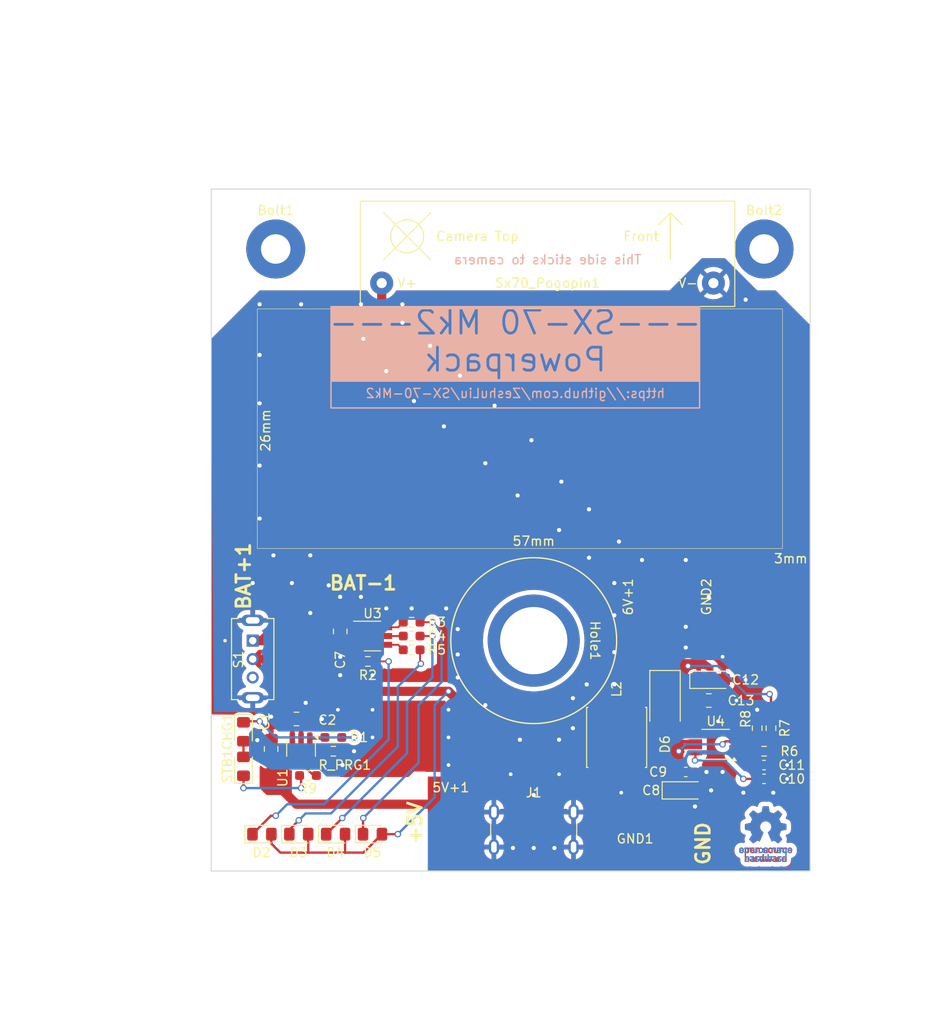
<source format=kicad_pcb>
(kicad_pcb (version 20240108) (generator "pcbnew") (generator_version "8.0")
  (title_block (title "Powerpack for SX-70") (date "2024-09-10") (rev "2") (company "LiuZS"))
  (layers (0 "F.Cu" signal) (31 "B.Cu" signal) (34 "B.Paste" user) (35 "F.Paste" user) (36 "B.SilkS" user "B.Silkscreen") (37 "F.SilkS" user "F.Silkscreen") (38 "B.Mask" user) (39 "F.Mask" user) (44 "Edge.Cuts" user))
  (net 0 "")
  (net 1 "+5V")
  (net 2 "GND")
  (net 3 "/RealBat+")
  (net 6 "/BAT+")
  (net 7 "Net-(D2-K)")
  (net 8 "Net-(D3-K)")
  (net 9 "+6V")
  (net 10 "Net-(D4-K)")
  (net 11 "Net-(D5-K)")
  (net 13 "Net-(U1-PROG)")
  (net 15 "Net-(U4-SS)")
  (net 16 "Net-(C11-Pad1)")
  (net 17 "Net-(D6-A)")
  (net 18 "Net-(U4-COMP)")
  (net 19 "Net-(U4-FB)")
  (net 22 "Net-(U3-D4)")
  (net 23 "Net-(U3-D1)")
  (net 24 "Net-(U3-D2)")
  (net 25 "Net-(U3-D3)")
  (net 26 "Net-(CHG1-K)")
  (net 27 "Net-(STB1-K)")
  (net 28 "Net-(U1-~{CHRG})")
  (net 29 "Net-(U1-~{STDBY})")
  (footprint "Capacitor_SMD:C_0805_2012Metric_Pad1.18x1.45mm_HandSolder" (layer "F.Cu") (at 129 99 -90)
    (property "Reference" "C7")
    (property "Value" "1u")
  )
  (footprint "Capacitor_SMD:C_0603_1608Metric_Pad1.08x0.95mm_HandSolder" (layer "F.Cu") (at 166.5 114.25)
    (property "Reference" "C9")
    (property "Value" "1uf")
  )
  (footprint "Capacitor_SMD:C_0603_1608Metric_Pad1.08x0.95mm_HandSolder" (layer "F.Cu") (at 175 115)
    (property "Reference" "C10")
    (property "Value" "100nf")
  )
  (footprint "Capacitor_SMD:C_0805_2012Metric_Pad1.18x1.45mm_HandSolder" (layer "F.Cu") (at 169 106.5)
    (property "Reference" "C13")
    (property "Value" "10uf")
  )
  (footprint "Inductor_SMD:L_Cenker_CKCS6020" (layer "F.Cu") (at 159 110.5 90)
    (property "Reference" "L2")
    (property "Value" "3.3uH")
  )
  (footprint "Connector_Wire:SolderWirePad_1x01_SMD_5x10mm" (layer "F.Cu") (at 141 119.75)
    (property "Reference" "5V+1")
    (property "Value" "5V+")
  )
  (footprint "Diode_SMD:D_SMA" (layer "F.Cu") (at 164.25 106.75 -90)
    (property "Reference" "D6")
    (property "Value" "B340A")
  )
  (footprint "MountingHole:MountingHole_3.2mm_M3_Pad" (layer "F.Cu") (at 175 57.5)
    (property "Reference" "Bolt2")
    (property "Value" "M3_BOLT")
  )
  (footprint "Resistor_SMD:R_0603_1608Metric_Pad0.98x0.95mm_HandSolder" (layer "F.Cu") (at 128.25 112 180)
    (property "Reference" "R_PRG1")
    (property "Value" "10k")
  )
  (footprint "Resistor_SMD:R_0603_1608Metric_Pad0.98x0.95mm_HandSolder" (layer "F.Cu") (at 128.25 110.5)
    (property "Reference" "R1")
    (property "Value" "1k")
  )
  (footprint "Resistor_SMD:R_0603_1608Metric_Pad0.98x0.95mm_HandSolder" (layer "F.Cu") (at 136.75 99.5)
    (property "Reference" "R4")
    (property "Value" "3.3k")
  )
  (footprint "Connector_USB:USB_C_Receptacle_GCT_USB4125-xx-x-0190_6P_TopMnt_Horizontal" (layer "F.Cu") (at 150 121.6)
    (property "Reference" "J1")
    (property "Value" "USB_C_Receptacle_PowerOnly_6P")
  )
  (footprint "Jimmy_Library:sx_70_pogopin" (layer "F.Cu") (at 151.5 61.2)
    (property "Reference" "Sx70_Pogopin1")
    (property "Value" "Sx70_Pogopin")
  )
  (footprint "Package_TO_SOT_SMD:SOT-23-6" (layer "F.Cu") (at 124.75 111.75 -90)
    (property "Reference" "U1")
    (property "Value" "TP4057")
  )
  (footprint "Connector_Wire:SolderWirePad_1x01_SMD_1x2mm" (layer "F.Cu") (at 125.75 93.75)
    (property "Reference" "BAT-1")
    (property "Value" "BAT-")
  )
  (footprint "Capacitor_Tantalum_SMD:CP_EIA-3216-18_Kemet-A" (layer "F.Cu") (at 169.25 104.25)
    (property "Reference" "C12")
    (property "Value" "10uf")
  )
  (footprint "Resistor_SMD:R_0603_1608Metric_Pad0.98x0.95mm_HandSolder" (layer "F.Cu") (at 174.25 109.5 90)
    (property "Reference" "R8")
    (property "Value" "18k")
  )
  (footprint "Connector_Wire:SolderWirePad_1x01_SMD_5x10mm" (layer "F.Cu") (at 161.75 122.25 90)
    (property "Reference" "GND1")
    (property "Value" "GND")
  )
  (footprint "Capacitor_SMD:C_0805_2012Metric_Pad1.18x1.45mm_HandSolder" (layer "F.Cu") (at 121.5 111.75 -90)
    (property "Reference" "C1")
    (property "Value" "4.7uf")
  )
  (footprint "Jimmy_Library:SW_SS12D07VG4" (layer "F.Cu") (at 119.5 102 -90)
    (property "Reference" "S1")
    (property "Value" "SS12D07VG4")
  )
  (footprint "LED_SMD:LED_0805_2012Metric_Pad1.15x1.40mm_HandSolder" (layer "F.Cu") (at 120.5 121)
    (property "Reference" "D2")
    (property "Value" "LED")
  )
  (footprint "Jimmy_Library:Tripod_hole" (layer "F.Cu") (at 150 100 -90)
    (property "Reference" "Hole1")
    (property "Value" "Tripod_hole")
  )
  (footprint "Resistor_SMD:R_0603_1608Metric_Pad0.98x0.95mm_HandSolder" (layer "F.Cu") (at 175.75 109.5 -90)
    (property "Reference" "R7")
    (property "Value" "69.8k")
  )
  (footprint "Connector_Wire:SolderWirePad_1x01_SMD_1x2mm" (layer "F.Cu") (at 121.75 94)
    (property "Reference" "BAT+1")
    (property "Value" "BAT+")
  )
  (footprint "Resistor_SMD:R_0603_1608Metric_Pad0.98x0.95mm_HandSolder" (layer "F.Cu") (at 136.75 98)
    (property "Reference" "R3")
    (property "Value" "3.3k")
  )
  (footprint "LED_SMD:LED_0805_2012Metric_Pad1.15x1.40mm_HandSolder" (layer "F.Cu") (at 118.5 113.6375 90)
    (property "Reference" "STB1")
    (property "Value" "LED")
  )
  (footprint "Connector_Wire:SolderWirePad_1x01_SMD_1x2mm" (layer "F.Cu") (at 162.63 95.25 180)
    (property "Reference" "6V+1")
    (property "Value" "6V+" (hide yes))
  )
  (footprint "Resistor_SMD:R_0603_1608Metric_Pad0.98x0.95mm_HandSolder" (layer "F.Cu") (at 125.5 114.6375 180)
    (property "Reference" "R9")
    (property "Value" "1k")
  )
  (footprint "Package_SO:VSSOP-8_3.0x3.0mm_P0.65mm" (layer "F.Cu") (at 169.75 111.25 180)
    (property "Reference" "U4")
    (property "Value" "TPS61085DGK")
  )
  (footprint "Package_TO_SOT_SMD:SOT-23-6_Handsoldering" (layer "F.Cu") (at 132.5 99.5)
    (property "Reference" "U3")
    (property "Value" "LN60A")
  )
  (footprint "Symbol:OSHW-Logo_5.7x6mm_Copper" (layer "F.Cu") (at 175.174654 120.994333)
    (property "Reference" "REF**" (hide yes))
    (property "Value" "OSHW-Logo_5.7x6mm_Copper" (hide yes))
  )
  (footprint "Capacitor_Tantalum_SMD:CP_EIA-3216-18_Kemet-A" (layer "F.Cu") (at 166.25 116.25)
    (property "Reference" "C8")
    (property "Value" "10uf")
  )
  (footprint "Capacitor_SMD:C_0603_1608Metric_Pad1.08x0.95mm_HandSolder" (layer "F.Cu") (at 175 113.5)
    (property "Reference" "C11")
    (property "Value" "1nf")
  )
  (footprint "LED_SMD:LED_0805_2012Metric_Pad1.15x1.40mm_HandSolder" (layer "F.Cu") (at 128.5 121)
    (property "Reference" "D4")
    (property "Value" "LED")
  )
  (footprint "MountingHole:MountingHole_3.2mm_M3_Pad" (layer "F.Cu") (at 122 57.5)
    (property "Reference" "Bolt1")
    (property "Value" "M3_BOLT")
  )
  (footprint "LED_SMD:LED_0805_2012Metric_Pad1.15x1.40mm_HandSolder" (layer "F.Cu") (at 118.5 109.8875 -90)
    (property "Reference" "CHG1")
    (property "Value" "LED")
  )
  (footprint "LED_SMD:LED_0805_2012Metric_Pad1.15x1.40mm_HandSolder" (layer "F.Cu") (at 124.5 121)
    (property "Reference" "D3")
    (property "Value" "LED")
  )
  (footprint "Resistor_SMD:R_0603_1608Metric_Pad0.98x0.95mm_HandSolder" (layer "F.Cu") (at 136.75 101)
    (property "Reference" "R5")
    (property "Value" "3.3k")
  )
  (footprint "Resistor_SMD:R_0603_1608Metric_Pad0.98x0.95mm_HandSolder" (layer "F.Cu") (at 175 112)
    (property "Reference" "R6")
    (property "Value" "8.2k")
  )
  (footprint "Connector_Wire:SolderWirePad_1x01_SMD_1x2mm" (layer "F.Cu") (at 166.36 95.25 180)
    (property "Reference" "GND2")
    (property "Value" "GND")
  )
  (footprint "Resistor_SMD:R_0603_1608Metric_Pad0.98x0.95mm_HandSolder" (layer "F.Cu") (at 132 102.25)
    (property "Reference" "R2")
    (property "Value" "3.3k")
  )
  (footprint "Capacitor_SMD:C_0805_2012Metric_Pad1.18x1.45mm_HandSolder" (layer "F.Cu") (at 124.25 108.5)
    (property "Reference" "C2")
    (property "Value" "10u")
  )
  (footprint "LED_SMD:LED_0805_2012Metric_Pad1.15x1.40mm_HandSolder" (layer "F.Cu") (at 132.5 121)
    (property "Reference" "D5")
    (property "Value" "LED")
  )
  (footprint "Symbol:OSHW-Logo_5.7x6mm_Copper" (layer "B.Cu") (at 175.174654 120.994333 180)
    (property "Reference" "REF**" (hide yes))
    (property "Value" "OSHW-Logo_5.7x6mm_Copper" (hide yes))
  )
  (gr_rect (start 128 63.75) (end 168 74.75) (stroke (width 0.15)) (fill none) (layer "B.SilkS"))
  (gr_circle (center 150 100) (end 159 100) (stroke (width 0.15)) (fill none) (layer "F.SilkS"))
  (gr_rect (start 120 64) (end 177 90) (stroke (width 0.05)) (fill none) (layer "F.SilkS"))
  (gr_rect (start 115 51) (end 180 125) (stroke (width 0.1)) (fill none) (layer "Edge.Cuts"))
  (gr_text "---SX-70 Mk2---\nPowerpack\n" (at 148 67.5 0) (layer "B.SilkS" knockout) (effects (font (size 2.5 2.5) (thickness 0.3)) (justify mirror)))
  (gr_text "https://github.com/ZeshuLiu/SX-70-Mk2" (at 148 73.75 0) (layer "B.SilkS") (effects (font (size 1 1)) (justify bottom mirror)))
  (gr_text "26mm" (at 120.9 77.2 90) (layer "F.SilkS") (effects (font (size 1 1))))
  (gr_text "57mm\n" (at 150 89.2 0) (layer "F.SilkS") (effects (font (size 1 1))))
  (gr_text "GND" (at 169.25 124.5 90) (layer "F.SilkS") (effects (font (size 1.5 1.5) (thickness 0.3) (bold yes)) (justify left bottom)))
  (gr_text "+5V" (at 138 122.25 90) (layer "F.SilkS") (effects (font (size 1.5 1.5) (thickness 0.3) (bold yes)) (justify left bottom)))
  (gr_text "3mm" (at 177.9 91.1 0) (layer "F.SilkS") (effects (font (size 1 1))))
  (segment (start 151.52 118.52) (end 151.52 119.48) (width 0.5) (layer "F.Cu") (net 1))
  (segment (start 148.48 118.52) (end 148.48 120.02) (width 0.5) (layer "F.Cu") (net 1))
  (segment (start 121.5 115) (end 124.25 117.75) (width 1) (layer "F.Cu") (net 1))
  (segment (start 139 117.75) (end 141 119.75) (width 1) (layer "F.Cu") (net 1))
  (segment (start 141.5 120.25) (end 141 119.75) (width 0.5) (layer "F.Cu") (net 1))
  (segment (start 121.5 112.7875) (end 121.5 115) (width 1) (layer "F.Cu") (net 1))
  (segment (start 151.52 119.48) (end 150.75 120.25) (width 0.5) (layer "F.Cu") (net 1))
  (segment (start 148.25 120.25) (end 141.5 120.25) (width 0.5) (layer "F.Cu") (net 1))
  (segment (start 123.8 112.8875) (end 123.8 111.8) (width 0.25) (layer "F.Cu") (net 1))
  (segment (start 123.8 111.8) (end 123.75 111.75) (width 0.25) (layer "F.Cu") (net 1))
  (segment (start 121.5 112.7875) (end 121.325 112.6125) (width 0.254) (layer "F.Cu") (net 1))
  (segment (start 150.75 120.25) (end 148.25 120.25) (width 0.5) (layer "F.Cu") (net 1))
  (segment (start 118.5 110.9125) (end 118.5 112.6125) (width 0.254) (layer "F.Cu") (net 1))
  (segment (start 124.25 117.75) (end 139 117.75) (width 1) (layer "F.Cu") (net 1))
  (segment (start 148.48 120.02) (end 148.25 120.25) (width 0.5) (layer "F.Cu") (net 1))
  (segment (start 123.75 111.75) (end 123.25 111.75) (width 0.25) (layer "F.Cu") (net 1))
  (segment (start 121.325 112.6125) (end 118.5 112.6125) (width 0.254) (layer "F.Cu") (net 1))
  (segment (start 129.5375 99.5) (end 129 100.0375) (width 0.5) (layer "F.Cu") (net 2))
  (segment (start 121.5 110.7125) (end 121.5 108.25) (width 0.5) (layer "F.Cu") (net 2))
  (segment (start 171.95 110.275) (end 170.525 110.275) (width 0.254) (layer "F.Cu") (net 2))
  (segment (start 170.525 110.275) (end 170 109.75) (width 0.254) (layer "F.Cu") (net 2))
  (segment (start 124.75 110.6125) (end 124.75 109.0375) (width 0.5) (layer "F.Cu") (net 2))
  (segment (start 121.8375 110.7125) (end 121.5 110.7125) (width 0.5) (layer "F.Cu") (net 2))
  (segment (start 121.95 110.6) (end 121.8375 110.7125) (width 0.5) (layer "F.Cu") (net 2))
  (segment (start 174.25 108.5875) (end 174.25 107.5) (width 0.254) (layer "F.Cu") (net 2))
  (segment (start 124.75 109.0375) (end 125.2875 108.5) (width 0.5) (layer "F.Cu") (net 2))
  (segment (start 131.15 99.5) (end 129.5375 99.5) (width 0.5) (layer "F.Cu") (net 2))
  (segment (start 121.5 108.25) (end 121 107.75) (width 0.5) (layer "F.Cu") (net 2))
  (via (at 156 85.75) (size 0.7) (drill 0.45) (layers "F.Cu" "B.Cu") (net 2))
  (via (at 150 116.75) (size 0.7) (drill 0.45) (layers "F.Cu" "B.Cu") (net 2))
  (via (at 155.75 104.75) (size 0.7) (drill 0.45) (layers "F.Cu" "B.Cu") (net 2))
  (via (at 152.75 88) (size 0.7) (drill 0.45) (layers "F.Cu" "B.Cu") (net 2))
  (via (at 144.75 80.75) (size 0.7) (drill 0.45) (layers "F.Cu" "B.Cu") (net 2))
  (via (at 170.5 101.75) (size 0.8) (drill 0.4) (layers "F.Cu" "B.Cu") (net 2))
  (via (at 148.25 84.25) (size 0.7) (drill 0.45) (layers "F.Cu" "B.Cu") (net 2))
  (via (at 140.5 96.5) (size 0.7) (drill 0.45) (layers "F.Cu" "B.Cu") (net 2))
  (via (at 135.75 63.5) (size 0.7) (drill 0.45) (layers "F.Cu" "B.Cu") (net 2))
  (via (at 149.75 78.25) (size 0.7) (drill 0.45) (layers "F.Cu" "B.Cu") (net 2))
  (via (at 167.5 118) (size 0.7) (drill 0.45) (layers "F.Cu" "B.Cu") (net 2))
  (via (at 127.75 94) (size 0.7) (drill 0.45) (layers "F.Cu" "B.Cu") (net 2))
  (via (at 129.25 113.5) (size 0.7) (drill 0.45) (layers "F.Cu" "B.Cu") (net 2))
  (via (at 168.75 114.25) (size 0.7) (drill 0.45) (layers "F.Cu" "B.Cu") (net 2))
  (via (at 153 82.75) (size 0.7) (drill 0.45) (layers "F.Cu" "B.Cu") (net 2))
  (via (at 158.75 97.25) (size 0.7) (drill 0.45) (layers "F.Cu" "B.Cu") (net 2))
  (via (at 125.75 90.75) (size 0.7) (drill 0.45) (layers "F.Cu" "B.Cu") (net 2))
  (via (at 140.75 113.5) (size 0.8) (drill 0.4) (layers "F.Cu" "B.Cu") (net 2))
  (via (at 156 91) (size 0.7) (drill 0.45) (layers "F.Cu" "B.Cu") (net 2))
  (via (at 154.25 106.25) (size 0.7) (drill 0.45) (layers "F.Cu" "B.Cu") (net 2))
  (via (at 141.75 101.5) (size 0.7) (drill 0.45) (layers "F.Cu" "B.Cu") (net 2))
  (via (at 148.5 110.75) (size 0.7) (drill 0.45) (layers "F.Cu" "B.Cu") (net 2))
  (via (at 170 108.75) (size 0.8) (drill 0.4) (layers "F.Cu" "B.Cu") (net 2))
  (via (at 170.5 114.25) (size 0.7) (drill 0.45) (layers "F.Cu" "B.Cu") (net 2))
  (via (at 120.25 63.5) (size 0.7) (drill 0.45) (layers "F.Cu" "B.Cu") (net 2))
  (via (at 152.75 110.75) (size 0.7) (drill 0.45) (layers "F.Cu" "B.Cu") (net 2))
  (via (at 172 106.5) (size 0.8) (drill 0.4) (layers "F.Cu" "B.Cu") (net 2))
  (via (at 124.75 63.5) (size 0.7) (drill 0.45) (layers "F.Cu" "B.Cu") (net 2))
  (via (at 172.75 116.5) (size 0.7) (drill 0.45) (layers "F.Cu" "B.Cu") (net 2))
  (via (at 158.75 104.75) (size 0.7) (drill 0.45) (layers "F.Cu" "B.Cu") (net 2))
  (via (at 166.5 91.25) (size 0.7) (drill 0.45) (layers "F.Cu" "B.Cu") (net 2))
  (via (at 159.5 116.5) (size 0.8) (drill 0.4) (layers "F.Cu" "B.Cu") (net 2))
  (via (at 173 63) (size 0.7) (drill 0.45) (layers "F.Cu" "B.Cu") (net 2))
  (via (at 138.75 68) (size 0.7) (drill 0.45) (layers "F.Cu" "B.Cu") (net 2))
  (via (at 119.5 93.75) (size 0.7) (drill 0.45) (layers "F.Cu" "B.Cu") (net 2))
  (via (at 174.25 107.5) (size 0.7) (drill 0.45) (layers "F.Cu" "B.Cu") (net 2))
  (via (at 120.25 74.25) (size 0.7) (drill 0.45) (layers "F.Cu" "B.Cu") (net 2))
  (via (at 147.5 114.5) (size 0.8) (drill 0.4) (layers "F.Cu" "B.Cu") (net 2))
  (via (at 169.25 116.25) (size 0.7) (drill 0.45) (layers "F.Cu" "B.Cu") (net 2))
  (via (at 161.75 91.25) (size 0.7) (drill 0.45) (layers "F.Cu" "B.Cu") (net 2))
  (via (at 129 95.25) (size 0.7) (drill 0.45) (layers "F.Cu" "B.Cu") (net 2))
  (via (at 120 110.8) (size 0.7) (drill 0.45) (layers "F.Cu" "B.Cu") (net 2))
  (via (at 121.75 90.75) (size 0.7) (drill 0.45) (layers "F.Cu" "B.Cu") (net 2))
  (via (at 166.5 98.5) (size 0.7) (drill 0.45) (layers "F.Cu" "B.Cu") (net 2))
  (via (at 132.5 107.5) (size 0.8) (drill 0.4) (layers "F.Cu" "B.Cu") (net 2))
  (via (at 141.75 98.75) (size 0.7) (drill 0.45) (layers "F.Cu" "B.Cu") (net 2))
  (via (at 121.5 108.25) (size 0.7) (drill 0.45) (layers "F.Cu" "B.Cu") (net 2))
  (via (at 176 116.5) (size 0.7) (drill 0.45) (layers "F.Cu" "B.Cu") (net 2))
  (via (at 159.25 89.25) (size 0.7) (drill 0.45) (layers "F.Cu" "B.Cu") (net 2))
  (via (at 128.75 107.5) (size 0.8) (drill 0.4) (layers "F.Cu" "B.Cu") (net 2))
  (via (at 131.25 63.5) (size 0.7) (drill 0.45) (layers "F.Cu" "B.Cu") (net 2))
  (via (at 152.25 122.5) (size 0.7) (drill 0.45) (layers "F.Cu" "B.Cu") (net 2))
  (via (at 169 95.25) (size 0.7) (drill 0.45) (layers "F.Cu" "B.Cu") (net 2))
  (via (at 177.5 113.5) (size 0.8) (drill 0.4) (layers "F.Cu" "B.Cu") (net 2))
  (via (at 134 96.5) (size 0.7) (drill 0.45) (layers "F.Cu" "B.Cu") (net 2))
  (via (at 140.25 76.75) (size 0.7) (drill 0.45) (layers "F.Cu" "B.Cu") (net 2))
  (via (at 147.75 122.5) (size 0.7) (drill 0.45) (layers "F.Cu" "B.Cu") (net 2))
  (via (at 158.75 93.75) (size 0.7) (drill 0.45) (layers "F.Cu" "B.Cu") (net 2))
  (via (at 154.25 109.5) (size 0.7) (drill 0.45) (layers "F.Cu" "B.Cu") (net 2))
  (via (at 141.75 104) (size 0.7) (drill 0.45) (layers "F.Cu" "B.Cu") (net 2))
  (via (at 129 101.75) (size 0.7) (drill 0.45) (layers "F.Cu" "B.Cu") (net 2))
  (via (at 130.5 112) (size 0.7) (drill 0.45) (layers "F.Cu" "B.Cu") (net 2))
  (via (at 166.5 100.75) (size 0.7) (drill 0.45) (layers "F.Cu" "B.Cu") (net 2))
  (via (at 177.5 115) (size 0.8) (drill 0.4) (layers "F.Cu" "B.Cu") (net 2))
  (via (at 129 103.75) (size 0.7) (drill 0.45) (layers "F.Cu" "B.Cu") (net 2))
  (via (at 150 122.5) (size 0.7) (drill 0.45) (layers "F.Cu" "B.Cu") (net 2))
  (via (at 142 71.25) (size 0.7) (drill 0.45) (layers "F.Cu" "B.Cu") (net 2))
  (via (at 125.75 97) (size 0.7) (drill 0.45) (layers "F.Cu" "B.Cu") (net 2))
  (via (at 144.75 107) (size 0.7) (drill 0.45) (layers "F.Cu" "B.Cu") (net 2))
  (via (at 132.5 103.75) (size 0.8) (drill 0.4) (layers "F.Cu" "B.Cu") (net 2))
  (via (at 158.75 101.25) (size 0.7) (drill 0.45) (layers "F.Cu" "B.Cu") (net 2))
  (via (at 131.5 67.25) (size 0.7) (drill 0.45) (layers "F.Cu" "B.Cu") (net 2))
  (via (at 120.25 86.75) (size 0.7) (drill 0.45) (layers "F.Cu" "B.Cu") (net 2))
  (via (at 136.75 96.5) (size 0.7) (drill 0.45) (layers "F.Cu" "B.Cu") (net 2))
  (via (at 134 70.75) (size 0.7) (drill 0.45) (layers "F.Cu" "B.Cu") (net 2))
  (via (at 132.5 110.5) (size 0.8) (drill 0.4) (layers "F.Cu" "B.Cu") (net 2))
  (via (at 123.75 93.75) (size 0.7) (drill 0.45) (layers "F.Cu" "B.Cu") (net 2))
  (via (at 173 104.25) (size 0.8) (drill 0.4) (layers "F.Cu" "B.Cu") (net 2))
  (via (at 135.75 65.5) (size 0.7) (drill 0.45) (layers "F.Cu" "B.Cu") (net 2))
  (via (at 137 74) (size 0.7) (drill 0.45) (layers "F.Cu" "B.Cu") (net 2))
  (via (at 120.25 69) (size 0.7) (drill 0.45) (layers "F.Cu" "B.Cu") (net 2))
  (via (at 131.25 95.25) (size 0.7) (drill 0.45) (layers "F.Cu" "B.Cu") (net 2))
  (via (at 120.25 81) (size 0.7) (drill 0.45) (layers "F.Cu" "B.Cu") (net 2))
  (via (at 140.75 110.5) (size 0.8) (drill 0.4) (layers "F.Cu" "B.Cu") (net 2))
  (via (at 152.75 114.5) (size 0.8) (drill 0.4) (layers "F.Cu" "B.Cu") (net 2))
  (via (at 127 108.5) (size 0.7) (drill 0.45) (layers "F.Cu" "B.Cu") (net 2))
  (via (at 145.75 74.5) (size 0.7) (drill 0.45) (layers "F.Cu" "B.Cu") (net 2))
  (via (at 140.75 107.5) (size 0.8) (drill 0.4) (layers "F.Cu" "B.Cu") (net 2))
  (via (at 125.25 106.75) (size 0.7) (drill 0.45) (layers "F.Cu" "B.Cu") (net 2))
  (segment (start 121.75 94) (end 121.75 98.75) (width 1) (layer "F.Cu") (net 3))
  (segment (start 120.5 100) (end 119.5 100) (width 1) (layer "F.Cu") (net 3))
  (segment (start 121.75 98.75) (end 120.5 100) (width 1) (layer "F.Cu") (net 3))
  (segment (start 127.2875 97.9625) (end 123.25 102) (width 0.254) (layer "F.Cu") (net 6))
  (segment (start 170.825 110.925) (end 171.95 110.925) (width 0.254) (layer "F.Cu") (net 6))
  (segment (start 140.75 105.5) (end 147.85 112.6) (width 1) (layer "F.Cu") (net 6))
  (segment (start 129.5 123) (end 131.525 123) (width 0.254) (layer "F.Cu") (net 6))
  (segment (start 121.525 122.025) (end 122.5 123) (width 0.254) (layer "F.Cu") (net 6))
  (segment (start 123.8 110.6125) (end 123.8 109.0875) (width 0.5) (layer "F.Cu") (net 6))
  (segment (start 131.15 98.55) (end 130.19375 98.55) (width 0.254) (layer "F.Cu") (net 6))
  (segment (start 125.525 122.975) (end 125.5 123) (width 0.254) (layer "F.Cu") (net 6))
  (segment (start 147.85 112.6) (end 159 112.6) (width 1) (layer "F.Cu") (net 6))
  (segment (start 133.525 121) (end 135.25 121) (width 0.254) (layer "F.Cu") (net 6))
  (segment (start 129 97.9625) (end 127.2875 97.9625) (width 0.254) (layer "F.Cu") (net 6))
  (segment (start 129.60625 97.9625) (end 129 97.9625) (width 0.254) (layer "F.Cu") (net 6))
  (segment (start 129.525 122.975) (end 129.5 123) (width 0.254) (layer "F.Cu") (net 6))
  (segment (start 125.525 121) (end 125.525 122.975) (width 0.254) (layer "F.Cu") (net 6))
  (segment (start 131.525 123) (end 133.525 121) (width 0.254) (layer "F.Cu") (net 6))
  (segment (start 122.5 123) (end 125.5 123) (width 0.254) (layer "F.Cu") (net 6))
  (segment (start 170.5 111.25) (end 170.825 110.925) (width 0.254) (layer "F.Cu") (net 6))
  (segment (start 126.75 105.5) (end 123.25 102) (width 1) (layer "F.Cu") (net 6))
  (segment (start 125.5 123) (end 129.5 123) (width 0.254) (layer "F.Cu") (net 6))
  (segment (start 130.19375 98.55) (end 129.60625 97.9625) (width 0.254) (layer "F.Cu") (net 6))
  (segment (start 129.525 121) (end 129.525 122.975) (width 0.254) (layer "F.Cu") (net 6))
  (segment (start 123.8 109.0875) (end 123.2125 108.5) (width 0.5) (layer "F.Cu") (net 6))
  (segment (start 140.75 105.5) (end 126.75 105.5) (width 1) (layer "F.Cu") (net 6))
  (segment (start 121.525 121) (end 121.525 122.025) (width 0.254) (layer "F.Cu") (net 6))
  (segment (start 123.25 102) (end 119.5 102) (width 1) (layer "F.Cu") (net 6))
  (via (at 140.75 105.5) (size 0.7) (drill 0.45) (layers "F.Cu" "B.Cu") (net 6))
  (via (at 165.75 112) (size 0.7) (drill 0.45) (layers "F.Cu" "B.Cu") (net 6))
  (via (at 135.25 121) (size 0.7) (drill 0.45) (layers "F.Cu" "B.Cu") (net 6))
  (via (at 170.5 111.25) (size 0.7) (drill 0.45) (layers "F.Cu" "B.Cu") (net 6))
  (segment (start 170.5 111.25) (end 166.5 111.25) (width 0.254) (layer "B.Cu") (net 6))
  (segment (start 166.5 111.25) (end 165.75 112) (width 0.254) (layer "B.Cu") (net 6))
  (segment (start 140.75 105.5) (end 139.25 107) (width 0.254) (layer "B.Cu") (net 6))
  (segment (start 139.25 107) (end 139.25 117) (width 0.254) (layer "B.Cu") (net 6))
  (segment (start 139.25 117) (end 135.25 121) (width 0.254) (layer "B.Cu") (net 6))
  (segment (start 132.9125 102.25) (end 134.25 102.25) (width 0.2) (layer "F.Cu") (net 7))
  (segment (start 119.475 121) (end 121.475 119) (width 0.254) (layer "F.Cu") (net 7))
  (segment (start 121.475 119) (end 122 119) (width 0.254) (layer "F.Cu") (net 7))
  (via (at 122 119) (size 0.7) (drill 0.45) (layers "F.Cu" "B.Cu") (net 7))
  (via (at 134.25 102.25) (size 0.7) (drill 0.45) (layers "F.Cu" "B.Cu") (net 7))
  (segment (start 127.25 117.75) (end 134.25 110.75) (width 0.254) (layer "B.Cu") (net 7))
  (segment (start 122 119) (end 123.25 117.75) (width 0.254) (layer "B.Cu") (net 7))
  (segment (start 123.25 117.75) (end 127.25 117.75) (width 0.254) (layer "B.Cu") (net 7))
  (segment (start 134.25 110.75) (end 134.25 102.25) (width 0.254) (layer "B.Cu") (net 7))
  (segment (start 137.6625 101) (end 137.6625 102.4125) (width 0.2) (layer "F.Cu") (net 8))
  (segment (start 137.6625 102.4125) (end 137.75 102.5) (width 0.2) (layer "F.Cu") (net 8))
  (segment (start 123.475 121) (end 123.475 120.525) (width 0.254) (layer "F.Cu") (net 8))
  (segment (start 123.475 120.525) (end 124.5 119.5) (width 0.254) (layer "F.Cu") (net 8))
  (via (at 137.75 102.5) (size 0.7) (drill 0.45) (layers "F.Cu" "B.Cu") (net 8))
  (via (at 124.5 119.5) (size 0.7) (drill 0.45) (layers "F.Cu" "B.Cu") (net 8))
  (segment (start 135.25 105) (end 137.75 102.5) (width 0.254) (layer "B.Cu") (net 8))
  (segment (start 128 118.75) (end 135.25 111.5) (width 0.254) (layer "B.Cu") (net 8))
  (segment (start 135.25 111.5) (end 135.25 105) (width 0.254) (layer "B.Cu") (net 8))
  (segment (start 124.5 119.5) (end 125.25 118.75) (width 0.254) (layer "B.Cu") (net 8))
  (segment (start 125.25 118.75) (end 128 118.75) (width 0.254) (layer "B.Cu") (net 8))
  (segment (start 133.5 65.75) (end 133.5 61.2) (width 1) (layer "F.Cu") (net 9))
  (segment (start 162.63 94.88) (end 133.5 65.75) (width 1) (layer "F.Cu") (net 9))
  (segment (start 162.63 95.25) (end 162.63 94.88) (width 1) (layer "F.Cu") (net 9))
  (segment (start 175.75 105.95) (end 175.6 105.8) (width 0.254) (layer "F.Cu") (net 9))
  (segment (start 175.75 108.5875) (end 175.75 105.95) (width 0.254) (layer "F.Cu") (net 9))
  (via (at 175.6 105.8) (size 0.7) (drill 0.45) (layers "F.Cu" "B.Cu") (net 9))
  (via (at 166.75 102.75) (size 0.7) (drill 0.45) (layers "F.Cu" "B.Cu") (net 9))
  (segment (start 175.6 105.8) (end 173.05 105.8) (width 0.254) (layer "B.Cu") (net 9))
  (segment (start 173.05 105.8) (end 170 102.75) (width 0.254) (layer "B.Cu") (net 9))
  (segment (start 170 102.75) (end 166.75 102.75) (width 0.254) (layer "B.Cu") (net 9))
  (segment (start 137.6625 99.5) (end 139 99.5) (width 0.2) (layer "F.Cu") (net 10))
  (segment (start 129.225 119.25) (end 127.475 121) (width 0.254) (layer "F.Cu") (net 10))
  (via (at 139 99.5) (size 0.7) (drill 0.45) (layers "F.Cu" "B.Cu") (net 10))
  (via (at 129.225 119.25) (size 0.7) (drill 0.45) (layers "F.Cu" "B.Cu") (net 10))
  (segment (start 139 104) (end 139 99.5) (width 0.254) (layer "B.Cu") (net 10))
  (segment (start 129.225 119.25) (end 136.25 112.225) (width 0.254) (layer "B.Cu") (net 10))
  (segment (start 136.25 112.225) (end 136.25 106.75) (width 0.254) (layer "B.Cu") (net 10))
  (segment (start 136.25 106.75) (end 139 104) (width 0.254) (layer "B.Cu") (net 10))
  (segment (start 131.475 119.275) (end 131.475 121) (width 0.254) (layer "F.Cu") (net 11))
  (segment (start 137.6625 98) (end 139 98) (width 0.2) (layer "F.Cu") (net 11))
  (segment (start 131.5 119.25) (end 131.475 119.275) (width 0.254) (layer "F.Cu") (net 11))
  (via (at 139 98) (size 0.7) (drill 0.45) (layers "F.Cu" "B.Cu") (net 11))
  (via (at 131.5 119.25) (size 0.7) (drill 0.45) (layers "F.Cu" "B.Cu") (net 11))
  (segment (start 140 99) (end 139 98) (width 0.254) (layer "B.Cu") (net 11))
  (segment (start 137.5 107) (end 140 104.5) (width 0.254) (layer "B.Cu") (net 11))
  (segment (start 137.5 113.25) (end 137.5 107) (width 0.254) (layer "B.Cu") (net 11))
  (segment (start 131.5 119.25) (end 137.5 113.25) (width 0.254) (layer "B.Cu") (net 11))
  (segment (start 140 104.5) (end 140 99) (width 0.254) (layer "B.Cu") (net 11))
  (segment (start 125.7 112.8875) (end 126.45 112.8875) (width 0.254) (layer "F.Cu") (net 13))
  (segment (start 126.45 112.8875) (end 127.3375 112) (width 0.254) (layer "F.Cu") (net 13))
  (segment (start 172.75 115) (end 174.1375 115) (width 0.254) (layer "F.Cu") (net 15))
  (segment (start 167.55 112.95) (end 167.5 113) (width 0.254) (layer "F.Cu") (net 15))
  (segment (start 167.55 112.225) (end 167.55 112.95) (width 0.254) (layer "F.Cu") (net 15))
  (via (at 167.5 113) (size 0.7) (drill 0.45) (layers "F.Cu" "B.Cu") (net 15))
  (via (at 172.75 115) (size 0.7) (drill 0.45) (layers "F.Cu" "B.Cu") (net 15))
  (segment (start 170.75 113) (end 172.75 115) (width 0.254) (layer "B.Cu") (net 15))
  (segment (start 167.5 113) (end 170.75 113) (width 0.254) (layer "B.Cu") (net 15))
  (segment (start 175.6375 112) (end 174.1375 113.5) (width 0.254) (layer "F.Cu") (net 16))
  (segment (start 175.9125 112) (end 175.6375 112) (width 0.254) (layer "F.Cu") (net 16))
  (segment (start 171.95 112.225) (end 173.8625 112.225) (width 0.254) (layer "F.Cu") (net 18))
  (segment (start 173.8625 112.225) (end 174.0875 112) (width 0.254) (layer "F.Cu") (net 18))
  (segment (start 171.95 111.575) (end 173.0875 111.575) (width 0.254) (layer "F.Cu") (net 19))
  (segment (start 174.25 110.4125) (end 175.75 110.4125) (width 0.254) (layer "F.Cu") (net 19))
  (segment (start 173.0875 111.575) (end 174.25 110.4125) (width 0.254) (layer "F.Cu") (net 19))
  (segment (start 131.15 100.45) (end 131.15 102.1875) (width 0.2) (layer "F.Cu") (net 22))
  (segment (start 131.15 102.1875) (end 131.0875 102.25) (width 0.2) (layer "F.Cu") (net 22))
  (segment (start 133.85 98.55) (end 135.2875 98.55) (width 0.2) (layer "F.Cu") (net 23))
  (segment (start 135.2875 98.55) (end 135.8375 98) (width 0.2) (layer "F.Cu") (net 23))
  (segment (start 133.85 99.5) (end 135.8375 99.5) (width 0.2) (layer "F.Cu") (net 24))
  (segment (start 133.85 100.45) (end 135.2875 100.45) (width 0.2) (layer "F.Cu") (net 25))
  (segment (start 135.2875 100.45) (end 135.8375 101) (width 0.2) (layer "F.Cu") (net 25))
  (segment (start 120.25 108.75) (end 118.6125 108.75) (width 0.254) (layer "F.Cu") (net 26))
  (segment (start 129.1625 110.5) (end 130.5 110.5) (width 0.254) (layer "F.Cu") (net 26))
  (segment (start 118.6125 108.75) (end 118.5 108.8625) (width 0.254) (layer "F.Cu") (net 26))
  (via (at 120.25 108.75) (size 0.7) (drill 0.45) (layers "F.Cu" "B.Cu") (net 26))
  (via (at 130.5 110.5) (size 0.7) (drill 0.45) (layers "F.Cu" "B.Cu") (net 26))
  (segment (start 130.5 110.5) (end 122 110.5) (width 0.254) (layer "B.Cu") (net 26))
  (segment (start 122 110.5) (end 120.25 108.75) (width 0.254) (layer "B.Cu") (net 26))
  (segment (start 124.75 116) (end 124.75 114.8) (width 0.254) (layer "F.Cu") (net 27))
  (segment (start 124.75 114.8) (end 124.5875 114.6375) (width 0.254) (layer "F.Cu") (net 27))
  (segment (start 118.5 114.6625) (end 118.5 116) (width 0.254) (layer "F.Cu") (net 27))
  (via (at 118.5 116) (size 0.7) (drill 0.45) (layers "F.Cu" "B.Cu") (net 27))
  (via (at 124.75 116) (size 0.7) (drill 0.45) (layers "F.Cu" "B.Cu") (net 27))
  (segment (start 118.5 116) (end 124.75 116) (width 0.254) (layer "B.Cu") (net 27))
  (segment (start 125.7 110.6125) (end 127.225 110.6125) (width 0.254) (layer "F.Cu") (net 28))
  (segment (start 127.225 110.6125) (end 127.3375 110.5) (width 0.254) (layer "F.Cu") (net 28))
  (segment (start 124.75 113.278736) (end 126.108764 114.6375) (width 0.254) (layer "F.Cu") (net 29))
  (segment (start 124.75 112.8875) (end 124.75 113.278736) (width 0.254) (layer "F.Cu") (net 29))
  (segment (start 126.108764 114.6375) (end 126.4125 114.6375) (width 0.254) (layer "F.Cu") (net 29))
  (zone (net 9) (net_name "+6V") (layer "F.Cu") (priority 3) (connect_pads (clearance 0)) (min_thickness 0.25) (fill yes (thermal_gap 0.5) (thermal_bridge_width 0.5))
    (polygon (pts (xy 160.75 92.25) (xy 160 93) (xy 160 104.5) (xy 161 105.25) (xy 162.25 105.25) (xy 162.75 105.75) (xy 162.75 106) (xy 163.25 106.5) (xy 165.75 106.5) (xy 167.25 108) (xy 168.5 108) (xy 169 107.48) (xy 169 105.25) (xy 169.5 104.75) (xy 169.5 102.75) (xy 168.5 102) (xy 165.75 102) (xy 164.5 100.75) (xy 164.5 93) (xy 163.75 92.25)))
  )
  (zone (net 6) (net_name "/BAT+") (layer "F.Cu") (priority 2) (connect_pads (clearance 0)) (min_thickness 0.25) (fill yes (thermal_gap 0.5) (thermal_bridge_width 0.5))
    (polygon (pts (xy 119.5 103) (xy 121 103) (xy 121.75 103.75) (xy 121.75 108.5) (xy 122.75 109.75) (xy 123.75 109.75) (xy 124.25 109.235) (xy 124.25 106.25) (xy 125 105.75) (xy 126.5 105.75) (xy 128.25 105.75) (xy 128.25 105) (xy 127.5 104.25) (xy 127.5 100.5) (xy 128 100) (xy 128 99.75) (xy 128.5 99.25) (xy 132 99.25) (xy 132 98) (xy 132 97.5) (xy 131 96.5) (xy 127.75 96.5) (xy 127.25 97) (xy 127.25 97.5) (xy 126.5 98.25) (xy 123.75 101) (xy 119.5 101)))
  )
  (zone (net 2) (net_name "GND") (layer "F.Cu") (connect_pads (clearance 0.508)) (min_thickness 0.254) (fill yes (thermal_gap 0.508) (thermal_bridge_width 0.508))
    (polygon (pts (xy 194.31 131.445) (xy 120.65 141.605) (xy 92.075 46.355) (xy 182.88 30.48)))
  )
  (zone (net 6) (net_name "/BAT+") (layer "F.Cu") (priority 5) (connect_pads (clearance 0)) (min_thickness 0.25) (fill yes (thermal_gap 0.5) (thermal_bridge_width 0.5))
    (polygon (pts (xy 153.25 112.25) (xy 154.5 110.75) (xy 162 110.75) (xy 163 110.75) (xy 168.5 110.75) (xy 168.5 112) (xy 166.5 112) (xy 166.25 112.25) (xy 166.25 113.25) (xy 166.5 113.5) (xy 166.5 117.25) (xy 166 117.75) (xy 162.5 117.75) (xy 160 115.25) (xy 155.5 115.25) (xy 153.25 113)))
  )
  (zone (net 0) (net_name "") (layer "F.Cu") (connect_pads (clearance 0)) (min_thickness 0.25)
    (keepout (tracks allowed) (vias allowed) (pads allowed) (copperpour not_allowed) (footprints allowed))
    (fill (thermal_gap 0.5) (thermal_bridge_width 0.5))
    (polygon (pts (xy 122.75 96.5) (xy 123 96) (xy 124.25 98) (xy 126.5 98) (xy 123.25 100.25) (xy 123 100.25)))
  )
  (zone (net 0) (net_name "") (layer "F.Cu") (connect_pads (clearance 0)) (min_thickness 0.25)
    (keepout (tracks allowed) (vias allowed) (pads allowed) (copperpour not_allowed) (footprints allowed))
    (fill (thermal_gap 0.5) (thermal_bridge_width 0.5))
    (polygon (pts (xy 128.4 114.2) (xy 129 114.8) (xy 136.4 114.8) (xy 137 114.2) (xy 138.25 114.2) (xy 138.2 117) (xy 128.4 117)))
  )
  (zone (net 0) (net_name "") (layer "F.Cu") (connect_pads (clearance 0)) (min_thickness 0.25)
    (keepout (tracks allowed) (vias allowed) (pads allowed) (copperpour not_allowed) (footprints allowed))
    (fill (thermal_gap 0.5) (thermal_bridge_width 0.5))
    (polygon (pts (xy 171 112.75) (xy 171 113.25) (xy 172.25 114.5) (xy 173.25 114.5) (xy 173.25 112.75)))
  )
  (zone (net 17) (net_name "Net-(D6-A)") (layer "F.Cu") (priority 4) (connect_pads (clearance 0)) (min_thickness 0.25) (fill yes (thermal_gap 0.5) (thermal_bridge_width 0.5))
    (polygon (pts (xy 156.25 105.75) (xy 155.25 106.75) (xy 155.25 110) (xy 155.75 110.5) (xy 162.5 110.5) (xy 162.75 110.75) (xy 168.5 110.75) (xy 168.5 108.75) (xy 168 108.25) (xy 167 108.25) (xy 165.5 106.75) (xy 162.75 106.75) (xy 161.75 105.75)))
  )
  (zone (net 0) (net_name "") (layer "F.Cu") (connect_pads (clearance 0)) (min_thickness 0.25)
    (keepout (tracks allowed) (vias allowed) (pads allowed) (copperpour not_allowed) (footprints allowed))
    (fill (thermal_gap 0.5) (thermal_bridge_width 0.5))
    (polygon (pts (xy 122.5 109.75) (xy 122.25 110.25) (xy 122.25 111) (xy 123.19 110.95)))
  )
  (zone (net 0) (net_name "") (layer "F.Cu") (connect_pads (clearance 0)) (min_thickness 0.25)
    (keepout (tracks allowed) (vias allowed) (pads allowed) (copperpour not_allowed) (footprints allowed))
    (fill (thermal_gap 0.5) (thermal_bridge_width 0.5))
    (polygon (pts (xy 127.5 112.75) (xy 126.75 113.5) (xy 127.15 113.9075) (xy 127 116.75) (xy 127.75 116.75) (xy 129.75 116.75) (xy 128.5 115.5) (xy 128.504724 112.5225)))
  )
  (zone (net 0) (net_name "") (layer "F.Cu") (connect_pads (clearance 0)) (min_thickness 0.25)
    (keepout (tracks allowed) (vias allowed) (pads allowed) (copperpour not_allowed) (footprints allowed))
    (fill (thermal_gap 0.5) (thermal_bridge_width 0.5))
    (polygon (pts (xy 117.54 108.0275) (xy 113 108) (xy 112.25 128) (xy 138.75 129) (xy 139 118.25) (xy 117.5 118.25)))
  )
  (zone (net 1) (net_name "+5V") (layer "F.Cu") (priority 1) (connect_pads (clearance 0)) (min_thickness 0.25) (fill yes (thermal_gap 0.5) (thermal_bridge_width 0.5))
    (polygon (pts (xy 121.484 111.5) (xy 121 112) (xy 120.25 112) (xy 119.75 112.5) (xy 119.75 112.75) (xy 120.25 113.25) (xy 120.25 116) (xy 121 116.75) (xy 123.25 116.75) (xy 123.75 116.75) (xy 123.75 114.25) (xy 124.25 113.75) (xy 124.25 112) (xy 123.75 111.5)))
  )
  (zone (net 0) (net_name "") (layer "F.Cu") (connect_pads (clearance 0)) (min_thickness 0.25)
    (keepout (tracks allowed) (vias allowed) (pads allowed) (copperpour not_allowed) (footprints allowed))
    (fill (thermal_gap 0.5) (thermal_bridge_width 0.5))
    (polygon (pts (xy 134.5 99.25) (xy 134.5 103) (xy 138.75 103) (xy 139.5 102.5) (xy 139.5 97.75) (xy 134.5 97.75) (xy 132.5 97.75) (xy 132.5 99.25)))
  )
  (zone (net 0) (net_name "") (layers "F&B.Cu") (connect_pads (clearance 0)) (min_thickness 0.25)
    (keepout (tracks allowed) (vias allowed) (pads allowed) (copperpour not_allowed) (footprints allowed))
    (fill (thermal_gap 0.5) (thermal_bridge_width 0.5))
    (polygon (pts (xy 112 47.25) (xy 112 70.25) (xy 120.25 62) (xy 164.75 62) (xy 168.25 58.5) (xy 170.75 58.5) (xy 174.25 62) (xy 176.25 62) (xy 181.5 67.25) (xy 181.5 47.25)))
  )
  (zone (net 0) (net_name "") (layer "B.Cu") (connect_pads (clearance 0)) (min_thickness 0.25)
    (keepout (tracks allowed) (vias allowed) (pads allowed) (copperpour not_allowed) (footprints allowed))
    (fill (thermal_gap 0.5) (thermal_bridge_width 0.5))
    (polygon (pts (xy 133.75 103) (xy 133.75 99.25) (xy 135.25 97.75) (xy 139.25 97.75) (xy 139.25 103)))
  )
  (zone (net 2) (net_name "GND") (layer "B.Cu") (connect_pads (clearance 0.508)) (min_thickness 0.254) (fill yes (thermal_gap 0.508) (thermal_bridge_width 0.508))
    (polygon (pts (xy 186.05 41.25) (xy 184.8 137.3) (xy 115.5 133.75) (xy 114.7 41.15)))
  )
  (zone (net 0) (net_name "") (layer "B.Cu") (connect_pads (clearance 0)) (min_thickness 0.25)
    (keepout (tracks allowed) (vias allowed) (pads allowed) (copperpour not_allowed) (footprints allowed))
    (fill (thermal_gap 0.5) (thermal_bridge_width 0.5))
    (polygon (pts (xy 130 114.75) (xy 127.5 114.75) (xy 126.75 114) (xy 121.5 114) (xy 119.1 112.6375) (xy 119.1 110.0375) (xy 119.75 109.25) (xy 119.75 107.75) (xy 114.25 107.75) (xy 114 127) (xy 138.5 127) (xy 138.5 115.75) (xy 134.25 115.75)))
  )
)
</source>
